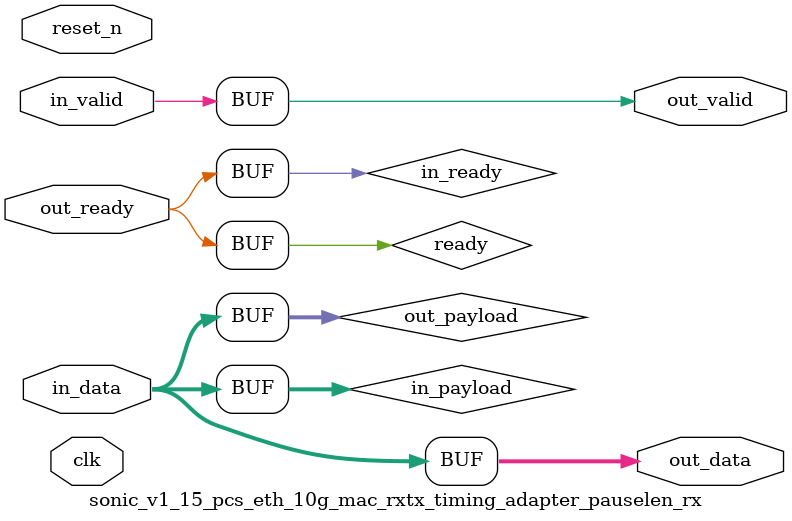
<source format=v>

`timescale 1ns / 100ps
module sonic_v1_15_pcs_eth_10g_mac_rxtx_timing_adapter_pauselen_rx (
    
      // Interface: clk
      input              clk,
      // Interface: reset
      input              reset_n,
      // Interface: in
      input              in_valid,
      input      [15: 0] in_data,
      // Interface: out
      output reg         out_valid,
      output reg [15: 0] out_data,
      input              out_ready
);




   // ---------------------------------------------------------------------
   //| Signal Declarations
   // ---------------------------------------------------------------------

   reg  [15: 0] in_payload;
   reg  [15: 0] out_payload;
   reg  [ 0: 0] ready;
   reg          in_ready;
   // synthesis translate_off
   always @(negedge in_ready) begin
      $display("%m: The downstream component is backpressuring by deasserting ready, but the upstream component can't be backpressured.");
   end
   // synthesis translate_on   


   // ---------------------------------------------------------------------
   //| Payload Mapping
   // ---------------------------------------------------------------------
   always @* begin
     in_payload = {in_data};
     {out_data} = out_payload;
   end

   // ---------------------------------------------------------------------
   //| Ready & valid signals.
   // ---------------------------------------------------------------------
   always @* begin
     ready[0] = out_ready;
     out_valid = in_valid;
     out_payload = in_payload;
     in_ready = ready[0];
   end




endmodule


</source>
